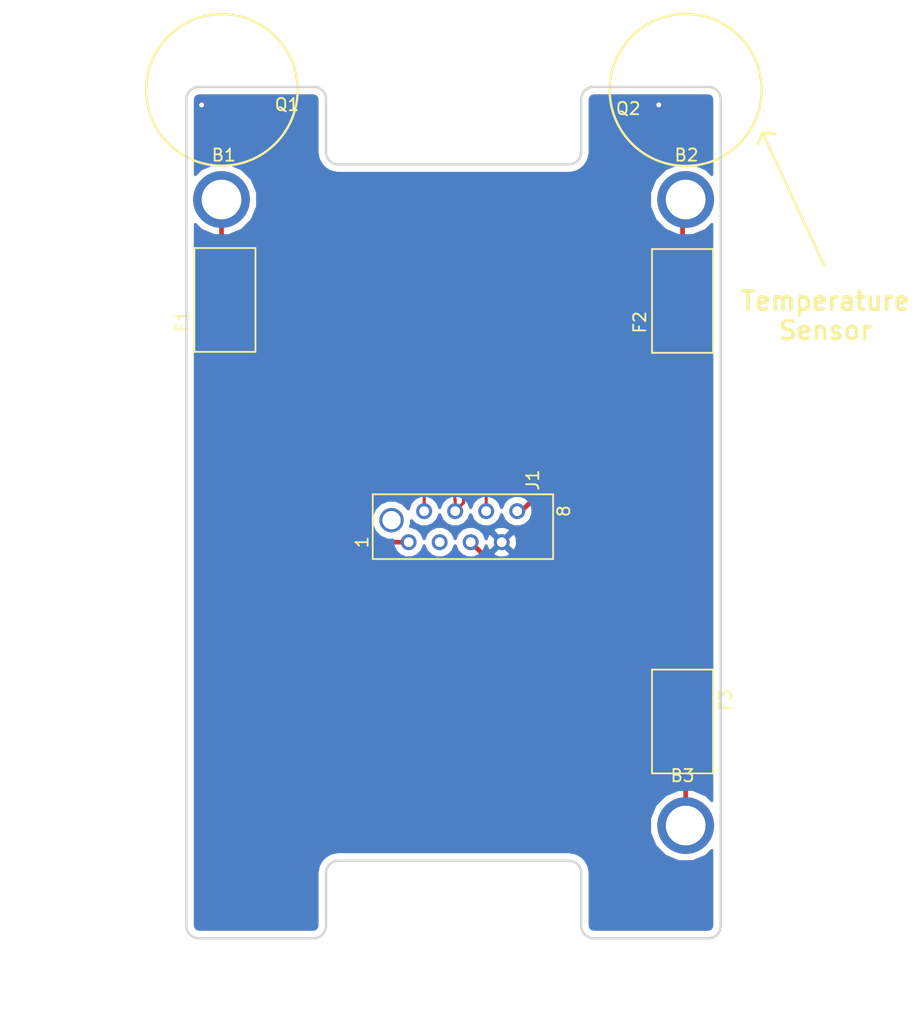
<source format=kicad_pcb>
(kicad_pcb (version 20171130) (host pcbnew "(5.0.0)")

  (general
    (thickness 1.6)
    (drawings 30)
    (tracks 60)
    (zones 0)
    (modules 9)
    (nets 16)
  )

  (page A4)
  (layers
    (0 F.Cu signal)
    (31 B.Cu signal)
    (33 F.Adhes user)
    (35 F.Paste user)
    (37 F.SilkS user)
    (39 F.Mask user)
    (40 Dwgs.User user)
    (41 Cmts.User user)
    (42 Eco1.User user)
    (43 Eco2.User user)
    (44 Edge.Cuts user)
    (45 Margin user)
    (46 B.CrtYd user)
    (47 F.CrtYd user)
    (49 F.Fab user)
  )

  (setup
    (last_trace_width 0.25)
    (user_trace_width 0.381)
    (trace_clearance 0.2)
    (zone_clearance 0.508)
    (zone_45_only no)
    (trace_min 0.2)
    (segment_width 0.2)
    (edge_width 0.15)
    (via_size 0.8)
    (via_drill 0.4)
    (via_min_size 0.4)
    (via_min_drill 0.3)
    (uvia_size 0.3)
    (uvia_drill 0.1)
    (uvias_allowed no)
    (uvia_min_size 0.2)
    (uvia_min_drill 0.1)
    (pcb_text_width 0.3)
    (pcb_text_size 1.5 1.5)
    (mod_edge_width 0.15)
    (mod_text_size 1 1)
    (mod_text_width 0.15)
    (pad_size 0.35 0.85)
    (pad_drill 0)
    (pad_to_mask_clearance 0.2)
    (aux_axis_origin 0 0)
    (visible_elements 7FFFFFFF)
    (pcbplotparams
      (layerselection 0x010fc_ffffffff)
      (usegerberextensions false)
      (usegerberattributes false)
      (usegerberadvancedattributes false)
      (creategerberjobfile false)
      (excludeedgelayer true)
      (linewidth 0.100000)
      (plotframeref false)
      (viasonmask false)
      (mode 1)
      (useauxorigin false)
      (hpglpennumber 1)
      (hpglpenspeed 20)
      (hpglpendiameter 15.000000)
      (psnegative false)
      (psa4output false)
      (plotreference true)
      (plotvalue true)
      (plotinvisibletext false)
      (padsonsilk false)
      (subtractmaskfromsilk false)
      (outputformat 1)
      (mirror false)
      (drillshape 1)
      (scaleselection 1)
      (outputdirectory ""))
  )

  (net 0 "")
  (net 1 /temp1)
  (net 2 /temp2)
  (net 3 /v+)
  (net 4 /volt)
  (net 5 /v-)
  (net 6 /5V)
  (net 7 /gnd)
  (net 8 "Net-(Q1-Pad2)")
  (net 9 "Net-(Q1-Pad3)")
  (net 10 "Net-(Q2-Pad3)")
  (net 11 "Net-(Q2-Pad2)")
  (net 12 "Net-(J1-Pad3)")
  (net 13 "Net-(B1-Pad1)")
  (net 14 "Net-(B2-Pad1)")
  (net 15 "Net-(B3-Pad1)")

  (net_class Default "This is the default net class."
    (clearance 0.2)
    (trace_width 0.25)
    (via_dia 0.8)
    (via_drill 0.4)
    (uvia_dia 0.3)
    (uvia_drill 0.1)
    (add_net /5V)
    (add_net /gnd)
    (add_net /temp1)
    (add_net /temp2)
    (add_net /v+)
    (add_net /v-)
    (add_net /volt)
    (add_net "Net-(B1-Pad1)")
    (add_net "Net-(B2-Pad1)")
    (add_net "Net-(B3-Pad1)")
    (add_net "Net-(J1-Pad3)")
    (add_net "Net-(Q1-Pad2)")
    (add_net "Net-(Q1-Pad3)")
    (add_net "Net-(Q2-Pad2)")
    (add_net "Net-(Q2-Pad3)")
  )

  (net_class voltTrace ""
    (clearance 0.2)
    (trace_width 0.381)
    (via_dia 0.8)
    (via_drill 0.4)
    (uvia_dia 0.3)
    (uvia_drill 0.1)
  )

  (module footprints:Bolt_connect_4-40_round (layer F.Cu) (tedit 5BFDDC52) (tstamp 5C03607D)
    (at 68.3 85.55)
    (path /5BF7752C)
    (fp_text reference B1 (at 0.18 -3.635) (layer F.SilkS)
      (effects (font (size 1 1) (thickness 0.15)))
    )
    (fp_text value Bolt_connect_4-40 (at 0 2.794) (layer F.Fab)
      (effects (font (size 1 1) (thickness 0.15)))
    )
    (pad 1 thru_hole circle (at 0 0) (size 4.6482 4.6482) (drill 3.2512) (layers *.Cu *.Mask)
      (net 13 "Net-(B1-Pad1)") (clearance 0.508))
  )

  (module footprints:Bolt_connect_4-40_round (layer F.Cu) (tedit 5BFDDC52) (tstamp 5C036087)
    (at 106.3 136.8)
    (path /5BF77580)
    (fp_text reference B3 (at -0.255 -4.085) (layer F.SilkS)
      (effects (font (size 1 1) (thickness 0.15)))
    )
    (fp_text value Bolt_connect_4-40 (at 0 2.794) (layer F.Fab)
      (effects (font (size 1 1) (thickness 0.15)))
    )
    (pad 1 thru_hole circle (at 0 0) (size 4.6482 4.6482) (drill 3.2512) (layers *.Cu *.Mask)
      (net 15 "Net-(B3-Pad1)") (clearance 0.508))
  )

  (module footprints:micromatch_female_vert_8 (layer F.Cu) (tedit 5A7728F9) (tstamp 5C0F710D)
    (at 88.7 113.6 90)
    (path /5BF5F806)
    (fp_text reference J1 (at 5.08 5.08 90) (layer F.SilkS)
      (effects (font (size 1 1) (thickness 0.15)))
    )
    (fp_text value MM_F_VT_08 (at 6.35 0 180) (layer F.Fab) hide
      (effects (font (size 1 1) (thickness 0.15)))
    )
    (fp_line (start 3.92 6.75) (end 3.92 -8.02) (layer F.SilkS) (width 0.15))
    (fp_line (start -1.38 6.75) (end -1.38 -8.02) (layer F.SilkS) (width 0.15))
    (fp_line (start -1.38 -8.02) (end 3.92 -8.02) (layer F.SilkS) (width 0.15))
    (fp_line (start -1.38 6.75) (end 3.92 6.75) (layer F.SilkS) (width 0.15))
    (fp_text user 1 (at 0 -8.89 90) (layer F.SilkS)
      (effects (font (size 1 1) (thickness 0.15)))
    )
    (fp_text user 8 (at 2.54 7.62 90) (layer F.SilkS)
      (effects (font (size 1 1) (thickness 0.15)))
    )
    (pad 9 thru_hole circle (at 1.8 -6.48 90) (size 2 2) (drill 1.5) (layers *.Cu *.Mask))
    (pad 8 thru_hole circle (at 2.54 3.81 90) (size 1.3 1.3) (drill 0.8) (layers *.Cu *.Mask)
      (net 5 /v-))
    (pad 6 thru_hole circle (at 2.54 1.27 90) (size 1.3 1.3) (drill 0.8) (layers *.Cu *.Mask)
      (net 2 /temp2))
    (pad 4 thru_hole circle (at 2.54 -1.27 90) (size 1.3 1.3) (drill 0.8) (layers *.Cu *.Mask)
      (net 6 /5V))
    (pad 2 thru_hole circle (at 2.54 -3.81 90) (size 1.3 1.3) (drill 0.8) (layers *.Cu *.Mask)
      (net 1 /temp1))
    (pad 7 thru_hole circle (at 0 2.54 90) (size 1.3 1.3) (drill 0.8) (layers *.Cu *.Mask)
      (net 7 /gnd))
    (pad 1 thru_hole circle (at 0 -5.08 90) (size 1.3 1.3) (drill 0.8) (layers *.Cu *.Mask)
      (net 4 /volt))
    (pad 3 thru_hole circle (at 0 -2.54 90) (size 1.3 1.3) (drill 0.8) (layers *.Cu *.Mask)
      (net 12 "Net-(J1-Pad3)"))
    (pad 5 thru_hole circle (at 0 0 90) (size 1.3 1.3) (drill 0.8) (layers *.Cu *.Mask)
      (net 3 /v+))
    (model /home/josh/Formula/OEM_Preferred_Parts/3DModels/Micromatch_Female_RA_8/micromatch_female_ra_8.wrl
      (at (xyz 0 0 0))
      (scale (xyz 1 1 1))
      (rotate (xyz 0 0 0))
    )
  )

  (module footprints:LMT85-Q1 (layer F.Cu) (tedit 5BF713A9) (tstamp 5C036687)
    (at 105.68 79.84)
    (path /5BF714DB)
    (fp_text reference Q2 (at -4.08 -1.735) (layer F.SilkS)
      (effects (font (size 1 1) (thickness 0.15)))
    )
    (fp_text value LMT85-Q1 (at 0.762 -5.588) (layer F.Fab)
      (effects (font (size 1 1) (thickness 0.15)))
    )
    (pad 3 smd rect (at 0.65 0) (size 0.35 0.85) (layers F.Cu F.Paste F.Mask)
      (net 10 "Net-(Q2-Pad3)"))
    (pad 4 smd rect (at 1.3 0) (size 0.35 0.85) (layers F.Cu F.Paste F.Mask)
      (net 2 /temp2))
    (pad 2 smd rect (at 0 0) (size 0.35 0.85) (layers F.Cu F.Paste F.Mask)
      (net 11 "Net-(Q2-Pad2)"))
    (pad 5 smd rect (at 1.3 -2.2) (size 0.35 0.85) (layers F.Cu F.Paste F.Mask)
      (net 6 /5V))
    (pad 1 smd rect (at 0 -2.2) (size 0.35 0.85) (layers F.Cu F.Paste F.Mask)
      (net 7 /gnd))
  )

  (module footprints:Bolt_connect_4-40_round (layer F.Cu) (tedit 5BFDDC52) (tstamp 5C036082)
    (at 106.3 85.55)
    (path /5BF77560)
    (fp_text reference B2 (at 0.07 -3.635) (layer F.SilkS)
      (effects (font (size 1 1) (thickness 0.15)))
    )
    (fp_text value Bolt_connect_4-40 (at 0 2.794) (layer F.Fab)
      (effects (font (size 1 1) (thickness 0.15)))
    )
    (pad 1 thru_hole circle (at 0 0) (size 4.6482 4.6482) (drill 3.2512) (layers *.Cu *.Mask)
      (net 14 "Net-(B2-Pad1)") (clearance 0.508))
  )

  (module footprints:LMT85-Q1 (layer F.Cu) (tedit 5BF713A9) (tstamp 5C03667E)
    (at 67.73 80.01)
    (path /5BF714AF)
    (fp_text reference Q1 (at 5.93 -2.23) (layer F.SilkS)
      (effects (font (size 1 1) (thickness 0.15)))
    )
    (fp_text value LMT85-Q1 (at 0.762 -5.588) (layer F.Fab)
      (effects (font (size 1 1) (thickness 0.15)))
    )
    (pad 3 smd rect (at 0.65 0) (size 0.35 0.85) (layers F.Cu F.Paste F.Mask)
      (net 9 "Net-(Q1-Pad3)"))
    (pad 4 smd rect (at 1.3 0) (size 0.35 0.85) (layers F.Cu F.Paste F.Mask)
      (net 1 /temp1))
    (pad 2 smd rect (at 0 0) (size 0.35 0.85) (layers F.Cu F.Paste F.Mask)
      (net 8 "Net-(Q1-Pad2)"))
    (pad 5 smd rect (at 1.3 -2.2) (size 0.35 0.85) (layers F.Cu F.Paste F.Mask)
      (net 6 /5V))
    (pad 1 smd rect (at 0 -2.2) (size 0.35 0.85) (layers F.Cu F.Paste F.Mask)
      (net 7 /gnd))
  )

  (module footprints:Fuse_1812 (layer F.Cu) (tedit 5A050C3C) (tstamp 5C0A3BA5)
    (at 68.58 96.52 90)
    (path /5BFDE3E6)
    (fp_text reference F1 (at 1 -3.5 90) (layer F.SilkS)
      (effects (font (size 1 1) (thickness 0.15)))
    )
    (fp_text value 200mA_Fuse (at 3 3.5 90) (layer F.Fab) hide
      (effects (font (size 1 1) (thickness 0.15)))
    )
    (fp_line (start -1.5 -2.5) (end 7 -2.5) (layer F.SilkS) (width 0.15))
    (fp_line (start 7 -2.5) (end 7 2.5) (layer F.SilkS) (width 0.15))
    (fp_line (start 7 2.5) (end -1.5 2.5) (layer F.SilkS) (width 0.15))
    (fp_line (start -1.5 2.5) (end -1.5 -2.5) (layer F.SilkS) (width 0.15))
    (pad 2 smd rect (at 5.28 0 90) (size 1.78 3.5) (layers F.Cu F.Paste F.Mask)
      (net 13 "Net-(B1-Pad1)"))
    (pad 1 smd rect (at 0 0 90) (size 1.78 3.5) (layers F.Cu F.Paste F.Mask)
      (net 4 /volt))
  )

  (module footprints:Fuse_1812 (layer F.Cu) (tedit 5A050C3C) (tstamp 5C0A3BAF)
    (at 106.045 96.6 90)
    (path /5BFDE4B5)
    (fp_text reference F2 (at 1 -3.5 90) (layer F.SilkS)
      (effects (font (size 1 1) (thickness 0.15)))
    )
    (fp_text value 200mA_Fuse (at 3 3.5 90) (layer F.Fab) hide
      (effects (font (size 1 1) (thickness 0.15)))
    )
    (fp_line (start -1.5 2.5) (end -1.5 -2.5) (layer F.SilkS) (width 0.15))
    (fp_line (start 7 2.5) (end -1.5 2.5) (layer F.SilkS) (width 0.15))
    (fp_line (start 7 -2.5) (end 7 2.5) (layer F.SilkS) (width 0.15))
    (fp_line (start -1.5 -2.5) (end 7 -2.5) (layer F.SilkS) (width 0.15))
    (pad 1 smd rect (at 0 0 90) (size 1.78 3.5) (layers F.Cu F.Paste F.Mask)
      (net 5 /v-))
    (pad 2 smd rect (at 5.28 0 90) (size 1.78 3.5) (layers F.Cu F.Paste F.Mask)
      (net 14 "Net-(B2-Pad1)"))
  )

  (module footprints:Fuse_1812 (layer F.Cu) (tedit 5A050C3C) (tstamp 5C0A3BB9)
    (at 106.045 125.53 270)
    (path /5BFDE4E1)
    (fp_text reference F3 (at 1 -3.5 270) (layer F.SilkS)
      (effects (font (size 1 1) (thickness 0.15)))
    )
    (fp_text value 200mA_Fuse (at 3 3.5 270) (layer F.Fab) hide
      (effects (font (size 1 1) (thickness 0.15)))
    )
    (fp_line (start -1.5 -2.5) (end 7 -2.5) (layer F.SilkS) (width 0.15))
    (fp_line (start 7 -2.5) (end 7 2.5) (layer F.SilkS) (width 0.15))
    (fp_line (start 7 2.5) (end -1.5 2.5) (layer F.SilkS) (width 0.15))
    (fp_line (start -1.5 2.5) (end -1.5 -2.5) (layer F.SilkS) (width 0.15))
    (pad 2 smd rect (at 5.28 0 270) (size 1.78 3.5) (layers F.Cu F.Paste F.Mask)
      (net 15 "Net-(B3-Pad1)"))
    (pad 1 smd rect (at 0 0 270) (size 1.78 3.5) (layers F.Cu F.Paste F.Mask)
      (net 3 /v+))
  )

  (gr_text "Temperature\nSensor" (at 117.729 95.0595) (layer F.SilkS)
    (effects (font (size 1.5 1.5) (thickness 0.3)))
  )
  (gr_line (start 112.5855 80.0735) (end 112.2045 81.026) (layer F.SilkS) (width 0.2))
  (gr_line (start 112.5855 80.0735) (end 113.665 80.2005) (layer F.SilkS) (width 0.2))
  (gr_line (start 112.5855 80.0735) (end 117.6655 90.9955) (layer F.SilkS) (width 0.2))
  (gr_circle (center 68.326 76.581) (end 72.517 72.009) (layer F.SilkS) (width 0.2))
  (gr_circle (center 106.299 76.581) (end 111.5695 73.279) (layer F.SilkS) (width 0.2))
  (gr_line (start 96.729 82.675) (end 77.871 82.675) (layer Edge.Cuts) (width 0.2))
  (gr_arc (start 96.729 81.659) (end 96.729 82.675) (angle -90) (layer Edge.Cuts) (width 0.2))
  (gr_line (start 109.175 145.009) (end 109.175 77.341) (layer Edge.Cuts) (width 0.2))
  (gr_line (start 76.855 140.691) (end 76.855 145.009) (layer Edge.Cuts) (width 0.2))
  (gr_arc (start 96.729 140.691) (end 97.745 140.691) (angle -90) (layer Edge.Cuts) (width 0.2))
  (gr_arc (start 75.839 145.009) (end 75.839 146.025) (angle -90) (layer Edge.Cuts) (width 0.2))
  (gr_line (start 108.159 76.325) (end 98.761 76.325) (layer Edge.Cuts) (width 0.2))
  (gr_arc (start 66.441 77.341) (end 66.441 76.325) (angle -90) (layer Edge.Cuts) (width 0.2))
  (gr_line (start 65.425 77.341) (end 65.425 145.009) (layer Edge.Cuts) (width 0.2))
  (gr_arc (start 66.441 145.009) (end 65.425 145.009) (angle -90) (layer Edge.Cuts) (width 0.2))
  (gr_line (start 75.839 146.025) (end 66.441 146.025) (layer Edge.Cuts) (width 0.2))
  (gr_arc (start 77.871 140.691) (end 77.871 139.675) (angle -90) (layer Edge.Cuts) (width 0.2))
  (gr_line (start 96.729 139.675) (end 77.871 139.675) (layer Edge.Cuts) (width 0.2))
  (gr_line (start 97.745 140.691) (end 97.745 145.009) (layer Edge.Cuts) (width 0.2))
  (gr_line (start 75.839 76.325) (end 66.441 76.325) (layer Edge.Cuts) (width 0.2))
  (gr_arc (start 108.159 77.341) (end 109.175 77.341) (angle -90) (layer Edge.Cuts) (width 0.2))
  (gr_line (start 97.745 81.659) (end 97.745 77.341) (layer Edge.Cuts) (width 0.2))
  (gr_line (start 76.855 81.659) (end 76.855 77.341) (layer Edge.Cuts) (width 0.2))
  (gr_arc (start 108.159 145.009) (end 108.159 146.025) (angle -90) (layer Edge.Cuts) (width 0.2))
  (gr_arc (start 77.871 81.659) (end 76.855 81.659) (angle -90) (layer Edge.Cuts) (width 0.2))
  (gr_arc (start 98.761 77.341) (end 98.761 76.325) (angle -90) (layer Edge.Cuts) (width 0.2))
  (gr_line (start 108.159 146.025) (end 98.761 146.025) (layer Edge.Cuts) (width 0.2))
  (gr_arc (start 98.761 145.009) (end 97.745 145.009) (angle -90) (layer Edge.Cuts) (width 0.2))
  (gr_arc (start 75.839 77.341) (end 76.855 77.341) (angle -90) (layer Edge.Cuts) (width 0.2))

  (segment (start 84.9 110.130762) (end 84.9 94.25) (width 0.25) (layer F.Cu) (net 1))
  (segment (start 84.89 110.140762) (end 84.9 110.130762) (width 0.25) (layer F.Cu) (net 1))
  (segment (start 84.89 111.06) (end 84.89 110.140762) (width 0.25) (layer F.Cu) (net 1))
  (segment (start 84.9 94.25) (end 73.35 82.7) (width 0.25) (layer F.Cu) (net 1))
  (segment (start 70.66 80.01) (end 69.03 80.01) (width 0.25) (layer F.Cu) (net 1))
  (segment (start 71.08 80.43) (end 70.66 80.01) (width 0.25) (layer F.Cu) (net 1))
  (segment (start 71.08 80.43) (end 70.92 80.27) (width 0.25) (layer F.Cu) (net 1))
  (segment (start 73.35 82.7) (end 71.08 80.43) (width 0.25) (layer F.Cu) (net 1))
  (segment (start 89.97 111.06) (end 89.97 93.865002) (width 0.25) (layer F.Cu) (net 2))
  (segment (start 106.98 79.84) (end 106.98 80.515) (width 0.25) (layer F.Cu) (net 2))
  (segment (start 89.97 93.865002) (end 101.075002 82.76) (width 0.25) (layer F.Cu) (net 2))
  (segment (start 102.33 81.505002) (end 101.075002 82.76) (width 0.25) (layer F.Cu) (net 2))
  (segment (start 106.98 80.515) (end 106.67 80.825) (width 0.25) (layer F.Cu) (net 2))
  (segment (start 102.16 81.675002) (end 102.5 81.335002) (width 0.25) (layer F.Cu) (net 2))
  (segment (start 101.075002 82.76) (end 102.16 81.675002) (width 0.25) (layer F.Cu) (net 2))
  (segment (start 102.33 81.505002) (end 102.33 81.47) (width 0.25) (layer F.Cu) (net 2))
  (segment (start 102.975 80.825) (end 106.67 80.825) (width 0.25) (layer F.Cu) (net 2))
  (segment (start 102.33 81.47) (end 102.975 80.825) (width 0.25) (layer F.Cu) (net 2))
  (segment (start 103.914 125.53) (end 103.884 125.5) (width 0.381) (layer F.Cu) (net 3))
  (segment (start 106.045 125.53) (end 103.914 125.53) (width 0.381) (layer F.Cu) (net 3))
  (segment (start 100.6 125.5) (end 88.7 113.6) (width 0.381) (layer F.Cu) (net 3))
  (segment (start 103.884 125.5) (end 100.6 125.5) (width 0.381) (layer F.Cu) (net 3))
  (segment (start 83.62 113.6) (end 80.88 113.6) (width 0.381) (layer F.Cu) (net 4))
  (segment (start 68.58 101.3) (end 80.31 113.03) (width 0.25) (layer F.Cu) (net 4))
  (segment (start 80.88 113.6) (end 80.31 113.03) (width 0.381) (layer F.Cu) (net 4))
  (segment (start 68.58 101.3) (end 69.515 102.235) (width 0.381) (layer F.Cu) (net 4))
  (segment (start 68.58 96.52) (end 68.58 101.3) (width 0.381) (layer F.Cu) (net 4))
  (segment (start 80.31 113.03) (end 69.515 102.235) (width 0.381) (layer F.Cu) (net 4))
  (segment (start 92.776 111.06) (end 92.51 111.06) (width 0.381) (layer F.Cu) (net 5))
  (segment (start 92.856 111.06) (end 92.51 111.06) (width 0.381) (layer F.Cu) (net 5))
  (segment (start 106.045 97.871) (end 92.856 111.06) (width 0.381) (layer F.Cu) (net 5))
  (segment (start 106.045 96.6) (end 106.045 97.871) (width 0.381) (layer F.Cu) (net 5))
  (segment (start 87.43 110.140762) (end 87.4 110.110762) (width 0.25) (layer F.Cu) (net 6))
  (segment (start 87.43 111.06) (end 87.43 110.140762) (width 0.25) (layer F.Cu) (net 6))
  (segment (start 87.4 110.110762) (end 87.4 94.975) (width 0.25) (layer F.Cu) (net 6))
  (segment (start 88.11 110.38) (end 87.43 111.06) (width 0.25) (layer F.Cu) (net 6))
  (segment (start 88.11 94.12) (end 88.11 110.38) (width 0.25) (layer F.Cu) (net 6))
  (segment (start 87.4 94.975) (end 75.025 82.6) (width 0.25) (layer F.Cu) (net 6))
  (segment (start 100.1 82.13) (end 99.97 82.26) (width 0.25) (layer F.Cu) (net 6))
  (segment (start 99.97 82.26) (end 88.11 94.12) (width 0.25) (layer F.Cu) (net 6))
  (segment (start 70.235 77.81) (end 69.03 77.81) (width 0.25) (layer F.Cu) (net 6))
  (segment (start 70.685 78.26) (end 70.235 77.81) (width 0.25) (layer F.Cu) (net 6))
  (segment (start 70.685 78.26) (end 70.495 78.07) (width 0.25) (layer F.Cu) (net 6))
  (segment (start 75.025 82.6) (end 70.685 78.26) (width 0.25) (layer F.Cu) (net 6))
  (segment (start 103.53 78.7) (end 99.97 82.26) (width 0.25) (layer F.Cu) (net 6))
  (segment (start 106.595 78.7) (end 103.53 78.7) (width 0.25) (layer F.Cu) (net 6))
  (segment (start 106.98 77.64) (end 106.98 78.315) (width 0.25) (layer F.Cu) (net 6))
  (segment (start 106.98 78.315) (end 106.595 78.7) (width 0.25) (layer F.Cu) (net 6))
  (via (at 104.1 77.8) (size 0.8) (drill 0.4) (layers F.Cu B.Cu) (net 7))
  (segment (start 105.68 77.64) (end 104.26 77.64) (width 0.25) (layer F.Cu) (net 7))
  (segment (start 104.26 77.64) (end 104.1 77.8) (width 0.25) (layer F.Cu) (net 7))
  (via (at 66.67 77.81) (size 0.8) (drill 0.4) (layers F.Cu B.Cu) (net 7))
  (segment (start 67.73 77.81) (end 66.67 77.81) (width 0.25) (layer F.Cu) (net 7))
  (segment (start 68.3 90.96) (end 68.58 91.24) (width 0.381) (layer F.Cu) (net 13))
  (segment (start 68.3 85.55) (end 68.3 90.96) (width 0.381) (layer F.Cu) (net 13))
  (segment (start 106.3 90.985) (end 106.045 91.24) (width 0.381) (layer F.Cu) (net 14))
  (segment (start 106.045 85.805) (end 106.3 85.55) (width 0.381) (layer F.Cu) (net 14))
  (segment (start 106.045 91.32) (end 106.045 85.805) (width 0.381) (layer F.Cu) (net 14))
  (segment (start 106.3 131.065) (end 106.045 130.81) (width 0.381) (layer F.Cu) (net 15))
  (segment (start 106.3 136.8) (end 106.3 131.065) (width 0.381) (layer F.Cu) (net 15))

  (zone (net 7) (net_name /gnd) (layer B.Cu) (tstamp 0) (hatch edge 0.508)
    (connect_pads (clearance 0.508))
    (min_thickness 0.254)
    (fill yes (arc_segments 16) (thermal_gap 0.508) (thermal_bridge_width 0.508))
    (polygon
      (pts
        (xy 50.8 69.215) (xy 50.165 152.4) (xy 125.73 153.035) (xy 125.73 69.85)
      )
    )
    (filled_polygon
      (pts
        (xy 75.941023 77.094693) (xy 76.027515 77.152485) (xy 76.085307 77.238977) (xy 76.120001 77.413394) (xy 76.12 81.731387)
        (xy 76.134123 81.802388) (xy 76.134123 81.802391) (xy 76.211461 82.191197) (xy 76.29307 82.388217) (xy 76.321209 82.456151)
        (xy 76.541451 82.785765) (xy 76.744237 82.988551) (xy 76.74424 82.988552) (xy 77.073849 83.208791) (xy 77.073851 83.208792)
        (xy 77.338803 83.318539) (xy 77.727609 83.395877) (xy 77.727611 83.395877) (xy 77.798612 83.41) (xy 96.801388 83.41)
        (xy 96.872389 83.395877) (xy 96.872391 83.395877) (xy 97.261197 83.318539) (xy 97.526149 83.208792) (xy 97.526151 83.208791)
        (xy 97.855765 82.988549) (xy 98.058551 82.785763) (xy 98.058552 82.78576) (xy 98.278791 82.456151) (xy 98.30693 82.388217)
        (xy 98.388539 82.191197) (xy 98.465877 81.802391) (xy 98.465877 81.802389) (xy 98.48 81.731388) (xy 98.48 77.41339)
        (xy 98.514693 77.238977) (xy 98.572485 77.152485) (xy 98.658977 77.094693) (xy 98.83339 77.06) (xy 108.08661 77.06)
        (xy 108.261023 77.094693) (xy 108.347515 77.152485) (xy 108.405307 77.238977) (xy 108.440001 77.413395) (xy 108.440001 83.505202)
        (xy 107.976195 83.041396) (xy 106.888602 82.5909) (xy 105.711398 82.5909) (xy 104.623805 83.041396) (xy 103.791396 83.873805)
        (xy 103.3409 84.961398) (xy 103.3409 86.138602) (xy 103.791396 87.226195) (xy 104.623805 88.058604) (xy 105.711398 88.5091)
        (xy 106.888602 88.5091) (xy 107.976195 88.058604) (xy 108.440001 87.594798) (xy 108.44 134.755201) (xy 107.976195 134.291396)
        (xy 106.888602 133.8409) (xy 105.711398 133.8409) (xy 104.623805 134.291396) (xy 103.791396 135.123805) (xy 103.3409 136.211398)
        (xy 103.3409 137.388602) (xy 103.791396 138.476195) (xy 104.623805 139.308604) (xy 105.711398 139.7591) (xy 106.888602 139.7591)
        (xy 107.976195 139.308604) (xy 108.44 138.844799) (xy 108.44 144.93661) (xy 108.405307 145.111023) (xy 108.347515 145.197515)
        (xy 108.261023 145.255307) (xy 108.08661 145.29) (xy 98.83339 145.29) (xy 98.658977 145.255307) (xy 98.572485 145.197515)
        (xy 98.514693 145.111023) (xy 98.48 144.93661) (xy 98.48 140.618612) (xy 98.445583 140.445585) (xy 98.388539 140.158803)
        (xy 98.278792 139.893851) (xy 98.278791 139.89385) (xy 98.278791 139.893849) (xy 98.058552 139.56424) (xy 98.058551 139.564237)
        (xy 97.855765 139.361451) (xy 97.526151 139.141209) (xy 97.526149 139.141208) (xy 97.261197 139.031461) (xy 96.872391 138.954123)
        (xy 96.872389 138.954123) (xy 96.801388 138.94) (xy 77.798612 138.94) (xy 77.727611 138.954123) (xy 77.727609 138.954123)
        (xy 77.338803 139.031461) (xy 77.073851 139.141208) (xy 77.073849 139.141209) (xy 76.74424 139.361448) (xy 76.744237 139.361449)
        (xy 76.541451 139.564235) (xy 76.321209 139.893849) (xy 76.321209 139.89385) (xy 76.321208 139.893851) (xy 76.211461 140.158803)
        (xy 76.134123 140.547609) (xy 76.134123 140.547612) (xy 76.12 140.618613) (xy 76.120001 144.936606) (xy 76.085307 145.111023)
        (xy 76.027515 145.197515) (xy 75.941023 145.255307) (xy 75.76661 145.29) (xy 66.51339 145.29) (xy 66.338977 145.255307)
        (xy 66.252485 145.197515) (xy 66.194693 145.111023) (xy 66.16 144.93661) (xy 66.16 111.474778) (xy 80.585 111.474778)
        (xy 80.585 112.125222) (xy 80.833914 112.726153) (xy 81.293847 113.186086) (xy 81.894778 113.435) (xy 82.335 113.435)
        (xy 82.335 113.855602) (xy 82.530629 114.327894) (xy 82.892106 114.689371) (xy 83.364398 114.885) (xy 83.875602 114.885)
        (xy 84.347894 114.689371) (xy 84.709371 114.327894) (xy 84.89 113.891815) (xy 85.070629 114.327894) (xy 85.432106 114.689371)
        (xy 85.904398 114.885) (xy 86.415602 114.885) (xy 86.887894 114.689371) (xy 87.249371 114.327894) (xy 87.43 113.891815)
        (xy 87.610629 114.327894) (xy 87.972106 114.689371) (xy 88.444398 114.885) (xy 88.955602 114.885) (xy 89.427894 114.689371)
        (xy 89.618249 114.499016) (xy 90.52059 114.499016) (xy 90.576271 114.729611) (xy 91.059078 114.897622) (xy 91.569428 114.868083)
        (xy 91.903729 114.729611) (xy 91.95941 114.499016) (xy 91.24 113.779605) (xy 90.52059 114.499016) (xy 89.618249 114.499016)
        (xy 89.789371 114.327894) (xy 89.969772 113.892366) (xy 89.971917 113.929428) (xy 90.110389 114.263729) (xy 90.340984 114.31941)
        (xy 91.060395 113.6) (xy 91.419605 113.6) (xy 92.139016 114.31941) (xy 92.369611 114.263729) (xy 92.537622 113.780922)
        (xy 92.508083 113.270572) (xy 92.369611 112.936271) (xy 92.139016 112.88059) (xy 91.419605 113.6) (xy 91.060395 113.6)
        (xy 90.340984 112.88059) (xy 90.110389 112.936271) (xy 89.97596 113.322574) (xy 89.789371 112.872106) (xy 89.618249 112.700984)
        (xy 90.52059 112.700984) (xy 91.24 113.420395) (xy 91.95941 112.700984) (xy 91.903729 112.470389) (xy 91.420922 112.302378)
        (xy 90.910572 112.331917) (xy 90.576271 112.470389) (xy 90.52059 112.700984) (xy 89.618249 112.700984) (xy 89.427894 112.510629)
        (xy 88.955602 112.315) (xy 88.444398 112.315) (xy 87.972106 112.510629) (xy 87.610629 112.872106) (xy 87.43 113.308185)
        (xy 87.249371 112.872106) (xy 86.887894 112.510629) (xy 86.415602 112.315) (xy 85.904398 112.315) (xy 85.432106 112.510629)
        (xy 85.070629 112.872106) (xy 84.89 113.308185) (xy 84.709371 112.872106) (xy 84.347894 112.510629) (xy 83.875602 112.315)
        (xy 83.776391 112.315) (xy 83.855 112.125222) (xy 83.855 111.842265) (xy 84.162106 112.149371) (xy 84.634398 112.345)
        (xy 85.145602 112.345) (xy 85.617894 112.149371) (xy 85.979371 111.787894) (xy 86.16 111.351815) (xy 86.340629 111.787894)
        (xy 86.702106 112.149371) (xy 87.174398 112.345) (xy 87.685602 112.345) (xy 88.157894 112.149371) (xy 88.519371 111.787894)
        (xy 88.7 111.351815) (xy 88.880629 111.787894) (xy 89.242106 112.149371) (xy 89.714398 112.345) (xy 90.225602 112.345)
        (xy 90.697894 112.149371) (xy 91.059371 111.787894) (xy 91.24 111.351815) (xy 91.420629 111.787894) (xy 91.782106 112.149371)
        (xy 92.254398 112.345) (xy 92.765602 112.345) (xy 93.237894 112.149371) (xy 93.599371 111.787894) (xy 93.795 111.315602)
        (xy 93.795 110.804398) (xy 93.599371 110.332106) (xy 93.237894 109.970629) (xy 92.765602 109.775) (xy 92.254398 109.775)
        (xy 91.782106 109.970629) (xy 91.420629 110.332106) (xy 91.24 110.768185) (xy 91.059371 110.332106) (xy 90.697894 109.970629)
        (xy 90.225602 109.775) (xy 89.714398 109.775) (xy 89.242106 109.970629) (xy 88.880629 110.332106) (xy 88.7 110.768185)
        (xy 88.519371 110.332106) (xy 88.157894 109.970629) (xy 87.685602 109.775) (xy 87.174398 109.775) (xy 86.702106 109.970629)
        (xy 86.340629 110.332106) (xy 86.16 110.768185) (xy 85.979371 110.332106) (xy 85.617894 109.970629) (xy 85.145602 109.775)
        (xy 84.634398 109.775) (xy 84.162106 109.970629) (xy 83.800629 110.332106) (xy 83.605 110.804398) (xy 83.605 110.872761)
        (xy 83.146153 110.413914) (xy 82.545222 110.165) (xy 81.894778 110.165) (xy 81.293847 110.413914) (xy 80.833914 110.873847)
        (xy 80.585 111.474778) (xy 66.16 111.474778) (xy 66.16 87.594799) (xy 66.623805 88.058604) (xy 67.711398 88.5091)
        (xy 68.888602 88.5091) (xy 69.976195 88.058604) (xy 70.808604 87.226195) (xy 71.2591 86.138602) (xy 71.2591 84.961398)
        (xy 70.808604 83.873805) (xy 69.976195 83.041396) (xy 68.888602 82.5909) (xy 67.711398 82.5909) (xy 66.623805 83.041396)
        (xy 66.16 83.505201) (xy 66.16 77.41339) (xy 66.194693 77.238977) (xy 66.252485 77.152485) (xy 66.338977 77.094693)
        (xy 66.51339 77.06) (xy 75.76661 77.06)
      )
    )
  )
)

</source>
